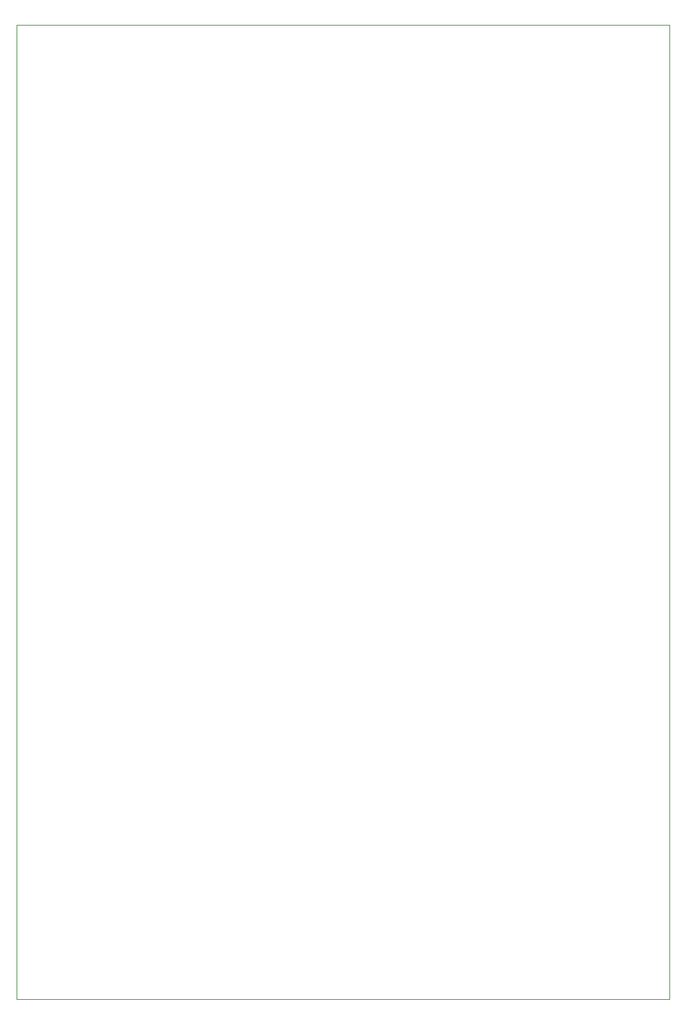
<source format=gbr>
%TF.GenerationSoftware,KiCad,Pcbnew,(5.0.2)-1*%
%TF.CreationDate,2019-02-28T08:25:03+01:00*%
%TF.ProjectId,bldc_driver_board,626c6463-5f64-4726-9976-65725f626f61,rev?*%
%TF.SameCoordinates,Original*%
%TF.FileFunction,Legend,Bot*%
%TF.FilePolarity,Positive*%
%FSLAX46Y46*%
G04 Gerber Fmt 4.6, Leading zero omitted, Abs format (unit mm)*
G04 Created by KiCad (PCBNEW (5.0.2)-1) date 28.02.2019 08:25:03*
%MOMM*%
%LPD*%
G01*
G04 APERTURE LIST*
%ADD10C,0.100000*%
G04 APERTURE END LIST*
D10*
X31750000Y-166370000D02*
X31750000Y-46990000D01*
X111760000Y-166370000D02*
X31750000Y-166370000D01*
X111760000Y-46990000D02*
X111760000Y-166370000D01*
X31750000Y-46990000D02*
X111760000Y-46990000D01*
M02*

</source>
